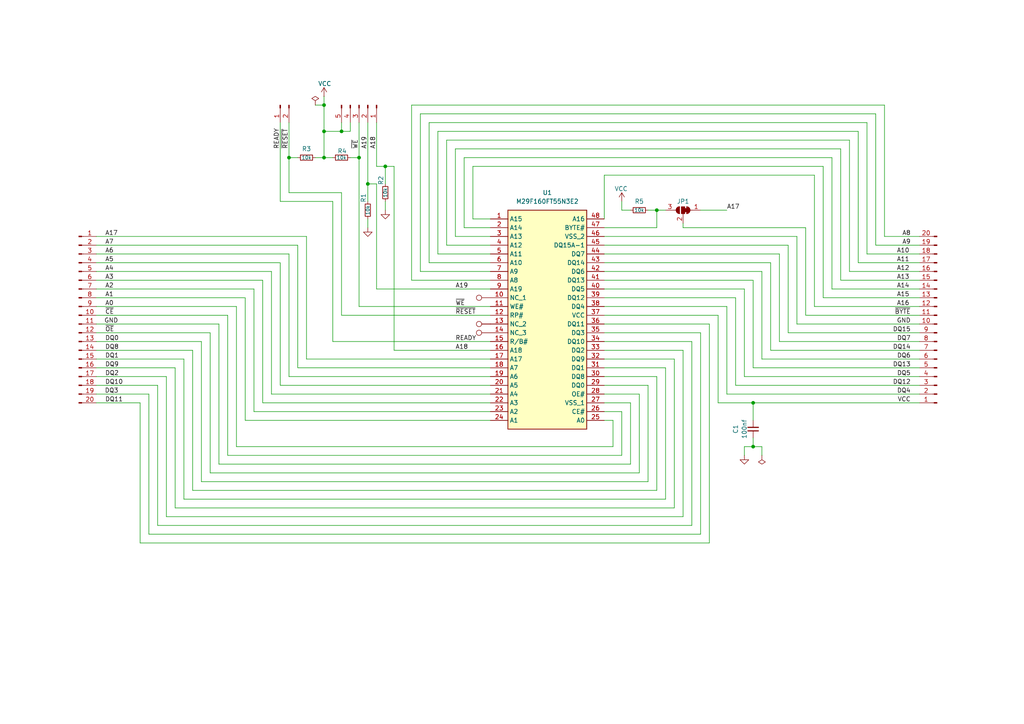
<source format=kicad_sch>
(kicad_sch (version 20250114) (generator "eeschema") (generator_version "9.0")
  (paper "A4")
  (title_block (title "16Bit 48Pin SMD Flash to 40Pin Wide DIP Adaptor") (date "2026-01-28") (rev "A"))
  (lib_symbols
    (symbol "Connector:Conn_01x02_Pin" (pin_names (offset 1.016) (hide yes))
      (property "Reference" "J" (at 0 2.54 0))
      (property "Value" "Conn_01x02_Pin" (at 0 -5.08 0))
      (symbol "Conn_01x02_Pin_1_1"
        (rectangle (start 0.8636 0.127) (end 0 -0.127) (stroke (width 0.1524)) (fill (type outline)))
        (rectangle (start 0.8636 -2.413) (end 0 -2.667) (stroke (width 0.1524)) (fill (type outline)))
        (polyline (pts (xy 1.27 0) (xy 0.8636 0)) (stroke (width 0.1524)))
        (polyline (pts (xy 1.27 -2.54) (xy 0.8636 -2.54)) (stroke (width 0.1524)))
        (pin passive line (at 5.08 0 180) (length 3.81) (name "Pin_1") (number "1"))
        (pin passive line (at 5.08 -2.54 180) (length 3.81) (name "Pin_2") (number "2"))
      )
    )
    (symbol "Connector:Conn_01x05_Pin" (pin_names (offset 1.016) (hide yes))
      (property "Reference" "J" (at 0 7.62 0))
      (property "Value" "Conn_01x05_Pin" (at 0 -7.62 0))
      (symbol "Conn_01x05_Pin_1_1"
        (rectangle (start 0.8636 5.207) (end 0 4.953) (stroke (width 0.1524)) (fill (type outline)))
        (rectangle (start 0.8636 2.667) (end 0 2.413) (stroke (width 0.1524)) (fill (type outline)))
        (rectangle (start 0.8636 0.127) (end 0 -0.127) (stroke (width 0.1524)) (fill (type outline)))
        (rectangle (start 0.8636 -2.413) (end 0 -2.667) (stroke (width 0.1524)) (fill (type outline)))
        (rectangle (start 0.8636 -4.953) (end 0 -5.207) (stroke (width 0.1524)) (fill (type outline)))
        (polyline (pts (xy 1.27 5.08) (xy 0.8636 5.08)) (stroke (width 0.1524)))
        (polyline (pts (xy 1.27 2.54) (xy 0.8636 2.54)) (stroke (width 0.1524)))
        (polyline (pts (xy 1.27 0) (xy 0.8636 0)) (stroke (width 0.1524)))
        (polyline (pts (xy 1.27 -2.54) (xy 0.8636 -2.54)) (stroke (width 0.1524)))
        (polyline (pts (xy 1.27 -5.08) (xy 0.8636 -5.08)) (stroke (width 0.1524)))
        (pin passive line (at 5.08 5.08 180) (length 3.81) (name "Pin_1") (number "1"))
        (pin passive line (at 5.08 2.54 180) (length 3.81) (name "Pin_2") (number "2"))
        (pin passive line (at 5.08 0 180) (length 3.81) (name "Pin_3") (number "3"))
        (pin passive line (at 5.08 -2.54 180) (length 3.81) (name "Pin_4") (number "4"))
        (pin passive line (at 5.08 -5.08 180) (length 3.81) (name "Pin_5") (number "5"))
      )
    )
    (symbol "Connector:Conn_01x20_Pin" (pin_names (offset 1.016) (hide yes))
      (property "Reference" "J" (at 0 25.4 0))
      (property "Value" "Conn_01x20_Pin" (at 0 -27.94 0))
      (symbol "Conn_01x20_Pin_1_1"
        (rectangle (start 0.8636 22.987) (end 0 22.733) (stroke (width 0.1524)) (fill (type outline)))
        (rectangle (start 0.8636 20.447) (end 0 20.193) (stroke (width 0.1524)) (fill (type outline)))
        (rectangle (start 0.8636 17.907) (end 0 17.653) (stroke (width 0.1524)) (fill (type outline)))
        (rectangle (start 0.8636 15.367) (end 0 15.113) (stroke (width 0.1524)) (fill (type outline)))
        (rectangle (start 0.8636 12.827) (end 0 12.573) (stroke (width 0.1524)) (fill (type outline)))
        (rectangle (start 0.8636 10.287) (end 0 10.033) (stroke (width 0.1524)) (fill (type outline)))
        (rectangle (start 0.8636 7.747) (end 0 7.493) (stroke (width 0.1524)) (fill (type outline)))
        (rectangle (start 0.8636 5.207) (end 0 4.953) (stroke (width 0.1524)) (fill (type outline)))
        (rectangle (start 0.8636 2.667) (end 0 2.413) (stroke (width 0.1524)) (fill (type outline)))
        (rectangle (start 0.8636 0.127) (end 0 -0.127) (stroke (width 0.1524)) (fill (type outline)))
        (rectangle (start 0.8636 -2.413) (end 0 -2.667) (stroke (width 0.1524)) (fill (type outline)))
        (rectangle (start 0.8636 -4.953) (end 0 -5.207) (stroke (width 0.1524)) (fill (type outline)))
        (rectangle (start 0.8636 -7.493) (end 0 -7.747) (stroke (width 0.1524)) (fill (type outline)))
        (rectangle (start 0.8636 -10.033) (end 0 -10.287) (stroke (width 0.1524)) (fill (type outline)))
        (rectangle (start 0.8636 -12.573) (end 0 -12.827) (stroke (width 0.1524)) (fill (type outline)))
        (rectangle (start 0.8636 -15.113) (end 0 -15.367) (stroke (width 0.1524)) (fill (type outline)))
        (rectangle (start 0.8636 -17.653) (end 0 -17.907) (stroke (width 0.1524)) (fill (type outline)))
        (rectangle (start 0.8636 -20.193) (end 0 -20.447) (stroke (width 0.1524)) (fill (type outline)))
        (rectangle (start 0.8636 -22.733) (end 0 -22.987) (stroke (width 0.1524)) (fill (type outline)))
        (rectangle (start 0.8636 -25.273) (end 0 -25.527) (stroke (width 0.1524)) (fill (type outline)))
        (polyline (pts (xy 1.27 22.86) (xy 0.8636 22.86)) (stroke (width 0.1524)))
        (polyline (pts (xy 1.27 20.32) (xy 0.8636 20.32)) (stroke (width 0.1524)))
        (polyline (pts (xy 1.27 17.78) (xy 0.8636 17.78)) (stroke (width 0.1524)))
        (polyline (pts (xy 1.27 15.24) (xy 0.8636 15.24)) (stroke (width 0.1524)))
        (polyline (pts (xy 1.27 12.7) (xy 0.8636 12.7)) (stroke (width 0.1524)))
        (polyline (pts (xy 1.27 10.16) (xy 0.8636 10.16)) (stroke (width 0.1524)))
        (polyline (pts (xy 1.27 7.62) (xy 0.8636 7.62)) (stroke (width 0.1524)))
        (polyline (pts (xy 1.27 5.08) (xy 0.8636 5.08)) (stroke (width 0.1524)))
        (polyline (pts (xy 1.27 2.54) (xy 0.8636 2.54)) (stroke (width 0.1524)))
        (polyline (pts (xy 1.27 0) (xy 0.8636 0)) (stroke (width 0.1524)))
        (polyline (pts (xy 1.27 -2.54) (xy 0.8636 -2.54)) (stroke (width 0.1524)))
        (polyline (pts (xy 1.27 -5.08) (xy 0.8636 -5.08)) (stroke (width 0.1524)))
        (polyline (pts (xy 1.27 -7.62) (xy 0.8636 -7.62)) (stroke (width 0.1524)))
        (polyline (pts (xy 1.27 -10.16) (xy 0.8636 -10.16)) (stroke (width 0.1524)))
        (polyline (pts (xy 1.27 -12.7) (xy 0.8636 -12.7)) (stroke (width 0.1524)))
        (polyline (pts (xy 1.27 -15.24) (xy 0.8636 -15.24)) (stroke (width 0.1524)))
        (polyline (pts (xy 1.27 -17.78) (xy 0.8636 -17.78)) (stroke (width 0.1524)))
        (polyline (pts (xy 1.27 -20.32) (xy 0.8636 -20.32)) (stroke (width 0.1524)))
        (polyline (pts (xy 1.27 -22.86) (xy 0.8636 -22.86)) (stroke (width 0.1524)))
        (polyline (pts (xy 1.27 -25.4) (xy 0.8636 -25.4)) (stroke (width 0.1524)))
        (pin passive line (at 5.08 22.86 180) (length 3.81) (name "Pin_1") (number "1"))
        (pin passive line (at 5.08 20.32 180) (length 3.81) (name "Pin_2") (number "2"))
        (pin passive line (at 5.08 17.78 180) (length 3.81) (name "Pin_3") (number "3"))
        (pin passive line (at 5.08 15.24 180) (length 3.81) (name "Pin_4") (number "4"))
        (pin passive line (at 5.08 12.7 180) (length 3.81) (name "Pin_5") (number "5"))
        (pin passive line (at 5.08 10.16 180) (length 3.81) (name "Pin_6") (number "6"))
        (pin passive line (at 5.08 7.62 180) (length 3.81) (name "Pin_7") (number "7"))
        (pin passive line (at 5.08 5.08 180) (length 3.81) (name "Pin_8") (number "8"))
        (pin passive line (at 5.08 2.54 180) (length 3.81) (name "Pin_9") (number "9"))
        (pin passive line (at 5.08 0 180) (length 3.81) (name "Pin_10") (number "10"))
        (pin passive line (at 5.08 -2.54 180) (length 3.81) (name "Pin_11") (number "11"))
        (pin passive line (at 5.08 -5.08 180) (length 3.81) (name "Pin_12") (number "12"))
        (pin passive line (at 5.08 -7.62 180) (length 3.81) (name "Pin_13") (number "13"))
        (pin passive line (at 5.08 -10.16 180) (length 3.81) (name "Pin_14") (number "14"))
        (pin passive line (at 5.08 -12.7 180) (length 3.81) (name "Pin_15") (number "15"))
        (pin passive line (at 5.08 -15.24 180) (length 3.81) (name "Pin_16") (number "16"))
        (pin passive line (at 5.08 -17.78 180) (length 3.81) (name "Pin_17") (number "17"))
        (pin passive line (at 5.08 -20.32 180) (length 3.81) (name "Pin_18") (number "18"))
        (pin passive line (at 5.08 -22.86 180) (length 3.81) (name "Pin_19") (number "19"))
        (pin passive line (at 5.08 -25.4 180) (length 3.81) (name "Pin_20") (number "20"))
      )
    )
    (symbol "Connector:TestPoint" (pin_numbers (hide yes)) (pin_names (offset 0.762) (hide yes))
      (property "Reference" "TP" (at 0 6.858 0))
      (property "Value" "TestPoint" (at 0 5.08 0))
      (symbol "TestPoint_0_1"
        (circle (center 0 3.302) (radius 0.762))
      )
      (symbol "TestPoint_1_1"
        (pin passive line (at 0 0 90) (length 2.54) (name "1") (number "1"))
      )
    )
    (symbol "Device:C_Small" (pin_numbers (hide yes)) (pin_names (offset 0.254) (hide yes))
      (property "Reference" "C" (at 0.254 1.778 0))
      (property "Value" "C_Small" (at 0.254 -2.032 0))
      (symbol "C_Small_0_1"
        (polyline (pts (xy -1.524 0.508) (xy 1.524 0.508)) (stroke (width 0.3048)))
        (polyline (pts (xy -1.524 -0.508) (xy 1.524 -0.508)) (stroke (width 0.3302)))
      )
      (symbol "C_Small_1_1"
        (pin passive line (at 0 2.54 270) (length 2.032) (name "~") (number "1"))
        (pin passive line (at 0 -2.54 90) (length 2.032) (name "~") (number "2"))
      )
    )
    (symbol "Device:R_Small" (pin_numbers (hide yes)) (pin_names (offset 0.254) (hide yes))
      (property "Reference" "R" (at 0 0 90))
      (property "Value" "R_Small" (at 1.778 0 90))
      (symbol "R_Small_0_1"
        (rectangle (start -0.762 1.778) (end 0.762 -1.778) (stroke (width 0.2032)))
      )
      (symbol "R_Small_1_1"
        (pin passive line (at 0 2.54 270) (length 0.762) (name "~") (number "1"))
        (pin passive line (at 0 -2.54 90) (length 0.762) (name "~") (number "2"))
      )
    )
    (symbol "Jumper:SolderJumper_3_Bridged12" (pin_names (offset 0) (hide yes)) (in_bom no)
      (property "Reference" "JP" (at -2.54 -2.54 0))
      (property "Value" "SolderJumper_3_Bridged12" (at 0 2.794 0))
      (symbol "SolderJumper_3_Bridged12_0_1"
        (polyline (pts (xy -2.54 0) (xy -2.032 0)))
        (polyline (pts (xy -1.016 1.016) (xy -1.016 -1.016)))
        (rectangle (start -1.016 0.508) (end -0.508 -0.508) (fill (type outline)))
        (arc (start -1.016 -1.016) (mid -2.0276 0) (end -1.016 1.016))
        (arc (start -1.016 -1.016) (mid -2.0276 0) (end -1.016 1.016) (fill (type outline)))
        (rectangle (start -0.508 1.016) (end 0.508 -1.016) (fill (type outline)))
        (polyline (pts (xy 0 -1.27) (xy 0 -1.016)))
        (arc (start 1.016 1.016) (mid 2.0276 0) (end 1.016 -1.016))
        (arc (start 1.016 1.016) (mid 2.0276 0) (end 1.016 -1.016) (fill (type outline)))
        (polyline (pts (xy 1.016 1.016) (xy 1.016 -1.016)))
        (polyline (pts (xy 2.54 0) (xy 2.032 0)))
      )
      (symbol "SolderJumper_3_Bridged12_1_1"
        (pin passive line (at -5.08 0 0) (length 2.54) (name "A") (number "1"))
        (pin passive line (at 0 -3.81 90) (length 2.54) (name "C") (number "2"))
        (pin passive line (at 5.08 0 180) (length 2.54) (name "B") (number "3"))
      )
    )
    (symbol "SamacSys_Parts:M29F160FT55N3E2"
      (property "Reference" "IC" (at 29.21 7.62 0))
      (property "Value" "M29F160FT55N3E2" (at 29.21 5.08 0))
      (symbol "M29F160FT55N3E2_1_1"
        (rectangle (start 5.08 2.54) (end 27.94 -60.96) (stroke (width 0.254)) (fill (type background)))
        (pin passive line (at 0 0 0) (length 5.08) (name "A15") (number "1"))
        (pin passive line (at 0 -2.54 0) (length 5.08) (name "A14") (number "2"))
        (pin passive line (at 0 -5.08 0) (length 5.08) (name "A13") (number "3"))
        (pin passive line (at 0 -7.62 0) (length 5.08) (name "A12") (number "4"))
        (pin passive line (at 0 -10.16 0) (length 5.08) (name "A11") (number "5"))
        (pin passive line (at 0 -12.7 0) (length 5.08) (name "A10") (number "6"))
        (pin passive line (at 0 -15.24 0) (length 5.08) (name "A9") (number "7"))
        (pin passive line (at 0 -17.78 0) (length 5.08) (name "A8") (number "8"))
        (pin passive line (at 0 -20.32 0) (length 5.08) (name "A19") (number "9"))
        (pin passive line (at 0 -22.86 0) (length 5.08) (name "NC_1") (number "10"))
        (pin passive line (at 0 -25.4 0) (length 5.08) (name "WE#") (number "11"))
        (pin passive line (at 0 -27.94 0) (length 5.08) (name "RP#") (number "12"))
        (pin passive line (at 0 -30.48 0) (length 5.08) (name "NC_2") (number "13"))
        (pin passive line (at 0 -33.02 0) (length 5.08) (name "NC_3") (number "14"))
        (pin passive line (at 0 -35.56 0) (length 5.08) (name "R/B#") (number "15"))
        (pin passive line (at 0 -38.1 0) (length 5.08) (name "A18") (number "16"))
        (pin passive line (at 0 -40.64 0) (length 5.08) (name "A17") (number "17"))
        (pin passive line (at 0 -43.18 0) (length 5.08) (name "A7") (number "18"))
        (pin passive line (at 0 -45.72 0) (length 5.08) (name "A6") (number "19"))
        (pin passive line (at 0 -48.26 0) (length 5.08) (name "A5") (number "20"))
        (pin passive line (at 0 -50.8 0) (length 5.08) (name "A4") (number "21"))
        (pin passive line (at 0 -53.34 0) (length 5.08) (name "A3") (number "22"))
        (pin passive line (at 0 -55.88 0) (length 5.08) (name "A2") (number "23"))
        (pin passive line (at 0 -58.42 0) (length 5.08) (name "A1") (number "24"))
        (pin passive line (at 33.02 0 180) (length 5.08) (name "A16") (number "48"))
        (pin passive line (at 33.02 -2.54 180) (length 5.08) (name "BYTE#") (number "47"))
        (pin passive line (at 33.02 -5.08 180) (length 5.08) (name "VSS_2") (number "46"))
        (pin passive line (at 33.02 -7.62 180) (length 5.08) (name "DQ15A-1") (number "45"))
        (pin passive line (at 33.02 -10.16 180) (length 5.08) (name "DQ7") (number "44"))
        (pin passive line (at 33.02 -12.7 180) (length 5.08) (name "DQ14") (number "43"))
        (pin passive line (at 33.02 -15.24 180) (length 5.08) (name "DQ6") (number "42"))
        (pin passive line (at 33.02 -17.78 180) (length 5.08) (name "DQ13") (number "41"))
        (pin passive line (at 33.02 -20.32 180) (length 5.08) (name "DQ5") (number "40"))
        (pin passive line (at 33.02 -22.86 180) (length 5.08) (name "DQ12") (number "39"))
        (pin passive line (at 33.02 -25.4 180) (length 5.08) (name "DQ4") (number "38"))
        (pin passive line (at 33.02 -27.94 180) (length 5.08) (name "VCC") (number "37"))
        (pin passive line (at 33.02 -30.48 180) (length 5.08) (name "DQ11") (number "36"))
        (pin passive line (at 33.02 -33.02 180) (length 5.08) (name "DQ3") (number "35"))
        (pin passive line (at 33.02 -35.56 180) (length 5.08) (name "DQ10") (number "34"))
        (pin passive line (at 33.02 -38.1 180) (length 5.08) (name "DQ2") (number "33"))
        (pin passive line (at 33.02 -40.64 180) (length 5.08) (name "DQ9") (number "32"))
        (pin passive line (at 33.02 -43.18 180) (length 5.08) (name "DQ1") (number "31"))
        (pin passive line (at 33.02 -45.72 180) (length 5.08) (name "DQ8") (number "30"))
        (pin passive line (at 33.02 -48.26 180) (length 5.08) (name "DQ0") (number "29"))
        (pin passive line (at 33.02 -50.8 180) (length 5.08) (name "OE#") (number "28"))
        (pin passive line (at 33.02 -53.34 180) (length 5.08) (name "VSS_1") (number "27"))
        (pin passive line (at 33.02 -55.88 180) (length 5.08) (name "CE#") (number "26"))
        (pin passive line (at 33.02 -58.42 180) (length 5.08) (name "A0") (number "25"))
      )
    )
    (symbol "power:GND" (power) (pin_numbers (hide yes)) (pin_names (offset 0) (hide yes))
      (property "Value" "GND" (at 0 -3.81 0))
      (symbol "GND_0_1"
        (polyline (pts (xy 0 0) (xy 0 -1.27) (xy 1.27 -1.27) (xy 0 -2.54) (xy -1.27 -1.27) (xy 0 -1.27)))
      )
      (symbol "GND_1_1"
        (pin power_in line (at 0 0 270) (length 0) (name "~") (number "1"))
      )
    )
    (symbol "power:PWR_FLAG" (power) (pin_numbers (hide yes)) (pin_names (offset 0) (hide yes))
      (property "Value" "PWR_FLAG" (at 0 3.81 0))
      (symbol "PWR_FLAG_0_0"
        (pin power_out line (at 0 0 90) (length 0) (name "~") (number "1"))
      )
      (symbol "PWR_FLAG_0_1"
        (polyline (pts (xy 0 0) (xy 0 1.27) (xy -1.016 1.905) (xy 0 2.54) (xy 1.016 1.905) (xy 0 1.27)))
      )
    )
    (symbol "power:VCC" (power) (pin_numbers (hide yes)) (pin_names (offset 0) (hide yes))
      (property "Value" "VCC" (at 0 3.556 0))
      (symbol "VCC_0_1"
        (polyline (pts (xy -0.762 1.27) (xy 0 2.54)))
        (polyline (pts (xy 0 2.54) (xy 0.762 1.27)))
        (polyline (pts (xy 0 0) (xy 0 2.54)))
      )
      (symbol "VCC_1_1"
        (pin power_in line (at 0 0 90) (length 0) (name "~") (number "1"))
      )
    )
  )
  (junction (at 218.44 129.54))
  (junction (at 99.06 38.1))
  (junction (at 106.68 53.34))
  (junction (at 93.98 45.72))
  (junction (at 93.98 30.48))
  (junction (at 104.14 45.72))
  (junction (at 190.5 60.96))
  (junction (at 93.98 38.1))
  (junction (at 111.76 48.26))
  (junction (at 83.82 45.72))
  (junction (at 218.44 116.84))
  (wire (pts (xy 142.24 76.2) (xy 124.46 76.2)))
  (wire (pts (xy 142.24 73.66) (xy 127 73.66)))
  (wire (pts (xy 43.18 154.94) (xy 43.18 114.3)))
  (wire (pts (xy 106.68 66.04) (xy 106.68 63.5)))
  (wire (pts (xy 114.3 101.6) (xy 142.24 101.6)))
  (wire (pts (xy 220.98 104.14) (xy 266.7 104.14)))
  (wire (pts (xy 27.94 96.52) (xy 60.96 96.52)))
  (wire (pts (xy 91.44 30.48) (xy 93.98 30.48)))
  (wire (pts (xy 93.98 45.72) (xy 96.52 45.72)))
  (wire (pts (xy 27.94 104.14) (xy 53.34 104.14)))
  (wire (pts (xy 137.16 63.5) (xy 137.16 48.26)))
  (wire (pts (xy 248.92 76.2) (xy 266.7 76.2)))
  (wire (pts (xy 86.36 71.12) (xy 86.36 106.68)))
  (wire (pts (xy 86.36 45.72) (xy 83.82 45.72)))
  (wire (pts (xy 83.82 73.66) (xy 83.82 109.22)))
  (wire (pts (xy 101.6 35.56) (xy 101.6 38.1)))
  (wire (pts (xy 60.96 137.16) (xy 185.42 137.16)))
  (wire (pts (xy 208.28 91.44) (xy 208.28 116.84)))
  (wire (pts (xy 104.14 88.9) (xy 142.24 88.9)))
  (wire (pts (xy 220.98 78.74) (xy 220.98 104.14)))
  (wire (pts (xy 175.26 93.98) (xy 205.74 93.98)))
  (wire (pts (xy 127 38.1) (xy 248.92 38.1)))
  (wire (pts (xy 66.04 132.08) (xy 180.34 132.08)))
  (wire (pts (xy 27.94 93.98) (xy 63.5 93.98)))
  (wire (pts (xy 205.74 157.48) (xy 40.64 157.48)))
  (wire (pts (xy 195.58 147.32) (xy 195.58 104.14)))
  (wire (pts (xy 218.44 116.84) (xy 266.7 116.84)))
  (wire (pts (xy 243.84 81.28) (xy 266.7 81.28)))
  (wire (pts (xy 124.46 35.56) (xy 124.46 76.2)))
  (wire (pts (xy 45.72 152.4) (xy 200.66 152.4)))
  (wire (pts (xy 106.68 35.56) (xy 106.68 53.34)))
  (wire (pts (xy 109.22 35.56) (xy 109.22 48.26)))
  (wire (pts (xy 215.9 83.82) (xy 215.9 109.22)))
  (wire (pts (xy 213.36 86.36) (xy 213.36 111.76)))
  (wire (pts (xy 175.26 78.74) (xy 220.98 78.74)))
  (wire (pts (xy 175.26 86.36) (xy 213.36 86.36)))
  (wire (pts (xy 177.8 121.92) (xy 177.8 129.54)))
  (wire (pts (xy 228.6 96.52) (xy 266.7 96.52)))
  (wire (pts (xy 129.54 71.12) (xy 142.24 71.12)))
  (wire (pts (xy 210.82 88.9) (xy 210.82 114.3)))
  (wire (pts (xy 96.52 99.06) (xy 96.52 58.42)))
  (wire (pts (xy 48.26 149.86) (xy 198.12 149.86)))
  (wire (pts (xy 114.3 48.26) (xy 114.3 101.6)))
  (wire (pts (xy 175.26 76.2) (xy 223.52 76.2)))
  (wire (pts (xy 132.08 68.58) (xy 132.08 43.18)))
  (wire (pts (xy 55.88 101.6) (xy 55.88 142.24)))
  (wire (pts (xy 53.34 144.78) (xy 193.04 144.78)))
  (wire (pts (xy 200.66 99.06) (xy 200.66 152.4)))
  (wire (pts (xy 177.8 129.54) (xy 68.58 129.54)))
  (wire (pts (xy 246.38 40.64) (xy 129.54 40.64)))
  (wire (pts (xy 45.72 111.76) (xy 45.72 152.4)))
  (wire (pts (xy 76.2 81.28) (xy 76.2 116.84)))
  (wire (pts (xy 27.94 76.2) (xy 81.28 76.2)))
  (wire (pts (xy 175.26 73.66) (xy 226.06 73.66)))
  (wire (pts (xy 134.62 45.72) (xy 241.3 45.72)))
  (wire (pts (xy 88.9 68.58) (xy 88.9 104.14)))
  (wire (pts (xy 111.76 48.26) (xy 111.76 53.34)))
  (wire (pts (xy 198.12 101.6) (xy 175.26 101.6)))
  (wire (pts (xy 226.06 73.66) (xy 226.06 99.06)))
  (wire (pts (xy 66.04 91.44) (xy 66.04 132.08)))
  (wire (pts (xy 185.42 114.3) (xy 175.26 114.3)))
  (wire (pts (xy 218.44 116.84) (xy 218.44 121.92)))
  (wire (pts (xy 50.8 106.68) (xy 50.8 147.32)))
  (wire (pts (xy 256.54 30.48) (xy 256.54 68.58)))
  (wire (pts (xy 175.26 81.28) (xy 218.44 81.28)))
  (wire (pts (xy 182.88 116.84) (xy 175.26 116.84)))
  (wire (pts (xy 99.06 55.88) (xy 83.82 55.88)))
  (wire (pts (xy 132.08 43.18) (xy 243.84 43.18)))
  (wire (pts (xy 134.62 66.04) (xy 134.62 45.72)))
  (wire (pts (xy 236.22 88.9) (xy 266.7 88.9)))
  (wire (pts (xy 210.82 114.3) (xy 266.7 114.3)))
  (wire (pts (xy 231.14 93.98) (xy 266.7 93.98)))
  (wire (pts (xy 254 71.12) (xy 254 33.02)))
  (wire (pts (xy 27.94 106.68) (xy 50.8 106.68)))
  (wire (pts (xy 241.3 45.72) (xy 241.3 83.82)))
  (wire (pts (xy 180.34 60.96) (xy 182.88 60.96)))
  (wire (pts (xy 73.66 83.82) (xy 73.66 119.38)))
  (wire (pts (xy 205.74 93.98) (xy 205.74 157.48)))
  (wire (pts (xy 93.98 45.72) (xy 91.44 45.72)))
  (wire (pts (xy 48.26 109.22) (xy 48.26 149.86)))
  (wire (pts (xy 78.74 114.3) (xy 78.74 78.74)))
  (wire (pts (xy 190.5 109.22) (xy 175.26 109.22)))
  (wire (pts (xy 73.66 119.38) (xy 142.24 119.38)))
  (wire (pts (xy 218.44 106.68) (xy 266.7 106.68)))
  (wire (pts (xy 215.9 129.54) (xy 218.44 129.54)))
  (wire (pts (xy 175.26 121.92) (xy 177.8 121.92)))
  (wire (pts (xy 96.52 58.42) (xy 81.28 58.42)))
  (wire (pts (xy 175.26 88.9) (xy 210.82 88.9)))
  (wire (pts (xy 256.54 68.58) (xy 266.7 68.58)))
  (wire (pts (xy 198.12 66.04) (xy 233.68 66.04)))
  (wire (pts (xy 175.26 50.8) (xy 236.22 50.8)))
  (wire (pts (xy 218.44 81.28) (xy 218.44 106.68)))
  (wire (pts (xy 104.14 35.56) (xy 104.14 45.72)))
  (wire (pts (xy 200.66 99.06) (xy 175.26 99.06)))
  (wire (pts (xy 27.94 83.82) (xy 73.66 83.82)))
  (wire (pts (xy 241.3 83.82) (xy 266.7 83.82)))
  (wire (pts (xy 121.92 33.02) (xy 121.92 78.74)))
  (wire (pts (xy 203.2 96.52) (xy 203.2 154.94)))
  (wire (pts (xy 246.38 78.74) (xy 266.7 78.74)))
  (wire (pts (xy 254 33.02) (xy 121.92 33.02)))
  (wire (pts (xy 185.42 137.16) (xy 185.42 114.3)))
  (wire (pts (xy 193.04 144.78) (xy 193.04 106.68)))
  (wire (pts (xy 121.92 78.74) (xy 142.24 78.74)))
  (wire (pts (xy 40.64 157.48) (xy 40.64 116.84)))
  (wire (pts (xy 215.9 132.08) (xy 215.9 129.54)))
  (wire (pts (xy 198.12 64.77) (xy 198.12 66.04)))
  (wire (pts (xy 109.22 48.26) (xy 111.76 48.26)))
  (wire (pts (xy 175.26 83.82) (xy 215.9 83.82)))
  (wire (pts (xy 142.24 114.3) (xy 78.74 114.3)))
  (wire (pts (xy 81.28 35.56) (xy 81.28 58.42)))
  (wire (pts (xy 213.36 111.76) (xy 266.7 111.76)))
  (wire (pts (xy 111.76 48.26) (xy 114.3 48.26)))
  (wire (pts (xy 223.52 76.2) (xy 223.52 101.6)))
  (wire (pts (xy 27.94 109.22) (xy 48.26 109.22)))
  (wire (pts (xy 99.06 38.1) (xy 101.6 38.1)))
  (wire (pts (xy 220.98 132.08) (xy 220.98 129.54)))
  (wire (pts (xy 218.44 129.54) (xy 220.98 129.54)))
  (wire (pts (xy 93.98 27.94) (xy 93.98 30.48)))
  (wire (pts (xy 233.68 66.04) (xy 233.68 91.44)))
  (wire (pts (xy 83.82 55.88) (xy 83.82 45.72)))
  (wire (pts (xy 246.38 78.74) (xy 246.38 40.64)))
  (wire (pts (xy 27.94 81.28) (xy 76.2 81.28)))
  (wire (pts (xy 27.94 101.6) (xy 55.88 101.6)))
  (wire (pts (xy 127 73.66) (xy 127 38.1)))
  (wire (pts (xy 63.5 134.62) (xy 182.88 134.62)))
  (wire (pts (xy 198.12 149.86) (xy 198.12 101.6)))
  (wire (pts (xy 53.34 104.14) (xy 53.34 144.78)))
  (wire (pts (xy 180.34 132.08) (xy 180.34 119.38)))
  (wire (pts (xy 142.24 111.76) (xy 81.28 111.76)))
  (wire (pts (xy 93.98 38.1) (xy 93.98 45.72)))
  (wire (pts (xy 254 71.12) (xy 266.7 71.12)))
  (wire (pts (xy 109.22 83.82) (xy 142.24 83.82)))
  (wire (pts (xy 190.5 60.96) (xy 190.5 66.04)))
  (wire (pts (xy 193.04 106.68) (xy 175.26 106.68)))
  (wire (pts (xy 175.26 96.52) (xy 203.2 96.52)))
  (wire (pts (xy 182.88 134.62) (xy 182.88 116.84)))
  (wire (pts (xy 27.94 99.06) (xy 58.42 99.06)))
  (wire (pts (xy 238.76 86.36) (xy 266.7 86.36)))
  (wire (pts (xy 218.44 127) (xy 218.44 129.54)))
  (wire (pts (xy 27.94 114.3) (xy 43.18 114.3)))
  (wire (pts (xy 104.14 45.72) (xy 101.6 45.72)))
  (wire (pts (xy 96.52 99.06) (xy 142.24 99.06)))
  (wire (pts (xy 119.38 81.28) (xy 119.38 30.48)))
  (wire (pts (xy 142.24 66.04) (xy 134.62 66.04)))
  (wire (pts (xy 71.12 86.36) (xy 71.12 121.92)))
  (wire (pts (xy 76.2 116.84) (xy 142.24 116.84)))
  (wire (pts (xy 233.68 91.44) (xy 266.7 91.44)))
  (wire (pts (xy 109.22 53.34) (xy 109.22 83.82)))
  (wire (pts (xy 50.8 147.32) (xy 195.58 147.32)))
  (wire (pts (xy 142.24 68.58) (xy 132.08 68.58)))
  (wire (pts (xy 190.5 142.24) (xy 190.5 109.22)))
  (wire (pts (xy 228.6 71.12) (xy 228.6 96.52)))
  (wire (pts (xy 27.94 73.66) (xy 83.82 73.66)))
  (wire (pts (xy 223.52 101.6) (xy 266.7 101.6)))
  (wire (pts (xy 99.06 35.56) (xy 99.06 38.1)))
  (wire (pts (xy 124.46 35.56) (xy 251.46 35.56)))
  (wire (pts (xy 88.9 104.14) (xy 142.24 104.14)))
  (wire (pts (xy 86.36 106.68) (xy 142.24 106.68)))
  (wire (pts (xy 195.58 104.14) (xy 175.26 104.14)))
  (wire (pts (xy 243.84 43.18) (xy 243.84 81.28)))
  (wire (pts (xy 27.94 111.76) (xy 45.72 111.76)))
  (wire (pts (xy 208.28 116.84) (xy 218.44 116.84)))
  (wire (pts (xy 175.26 68.58) (xy 231.14 68.58)))
  (wire (pts (xy 238.76 48.26) (xy 238.76 86.36)))
  (wire (pts (xy 83.82 109.22) (xy 142.24 109.22)))
  (wire (pts (xy 27.94 116.84) (xy 40.64 116.84)))
  (wire (pts (xy 55.88 142.24) (xy 190.5 142.24)))
  (wire (pts (xy 93.98 30.48) (xy 93.98 38.1)))
  (wire (pts (xy 251.46 35.56) (xy 251.46 73.66)))
  (wire (pts (xy 111.76 60.96) (xy 111.76 58.42)))
  (wire (pts (xy 180.34 58.42) (xy 180.34 60.96)))
  (wire (pts (xy 99.06 91.44) (xy 99.06 55.88)))
  (wire (pts (xy 27.94 68.58) (xy 88.9 68.58)))
  (wire (pts (xy 81.28 111.76) (xy 81.28 76.2)))
  (wire (pts (xy 27.94 86.36) (xy 71.12 86.36)))
  (wire (pts (xy 190.5 60.96) (xy 193.04 60.96)))
  (wire (pts (xy 175.26 71.12) (xy 228.6 71.12)))
  (wire (pts (xy 129.54 40.64) (xy 129.54 71.12)))
  (wire (pts (xy 187.96 139.7) (xy 187.96 111.76)))
  (wire (pts (xy 58.42 139.7) (xy 187.96 139.7)))
  (wire (pts (xy 27.94 91.44) (xy 66.04 91.44)))
  (wire (pts (xy 203.2 60.96) (xy 210.82 60.96)))
  (wire (pts (xy 251.46 73.66) (xy 266.7 73.66)))
  (wire (pts (xy 248.92 38.1) (xy 248.92 76.2)))
  (wire (pts (xy 137.16 48.26) (xy 238.76 48.26)))
  (wire (pts (xy 215.9 109.22) (xy 266.7 109.22)))
  (wire (pts (xy 236.22 88.9) (xy 236.22 50.8)))
  (wire (pts (xy 180.34 119.38) (xy 175.26 119.38)))
  (wire (pts (xy 175.26 66.04) (xy 190.5 66.04)))
  (wire (pts (xy 83.82 35.56) (xy 83.82 45.72)))
  (wire (pts (xy 142.24 63.5) (xy 137.16 63.5)))
  (wire (pts (xy 68.58 129.54) (xy 68.58 88.9)))
  (wire (pts (xy 226.06 99.06) (xy 266.7 99.06)))
  (wire (pts (xy 71.12 121.92) (xy 142.24 121.92)))
  (wire (pts (xy 106.68 53.34) (xy 106.68 58.42)))
  (wire (pts (xy 142.24 91.44) (xy 99.06 91.44)))
  (wire (pts (xy 142.24 81.28) (xy 119.38 81.28)))
  (wire (pts (xy 27.94 78.74) (xy 78.74 78.74)))
  (wire (pts (xy 175.26 50.8) (xy 175.26 63.5)))
  (wire (pts (xy 231.14 68.58) (xy 231.14 93.98)))
  (wire (pts (xy 60.96 96.52) (xy 60.96 137.16)))
  (wire (pts (xy 27.94 71.12) (xy 86.36 71.12)))
  (wire (pts (xy 27.94 88.9) (xy 68.58 88.9)))
  (wire (pts (xy 119.38 30.48) (xy 256.54 30.48)))
  (wire (pts (xy 93.98 38.1) (xy 99.06 38.1)))
  (wire (pts (xy 187.96 111.76) (xy 175.26 111.76)))
  (wire (pts (xy 175.26 91.44) (xy 208.28 91.44)))
  (wire (pts (xy 63.5 93.98) (xy 63.5 134.62)))
  (wire (pts (xy 58.42 99.06) (xy 58.42 139.7)))
  (wire (pts (xy 106.68 53.34) (xy 109.22 53.34)))
  (wire (pts (xy 203.2 154.94) (xy 43.18 154.94)))
  (wire (pts (xy 104.14 45.72) (xy 104.14 88.9)))
  (wire (pts (xy 187.96 60.96) (xy 190.5 60.96)))
  (label "DQ8" (at 30.48 101.6 0))
  (label "DQ9" (at 30.48 106.68 0))
  (label "A11" (at 263.7934 76.2 180))
  (label "DQ2" (at 30.48 109.22 0))
  (label "~{WE}" (at 132.08 88.9 0))
  (label "A17" (at 30.48 68.58 0))
  (label "DQ1" (at 30.48 104.14 0))
  (label "~{WE}" (at 104.14 43.18 90))
  (label "A19" (at 132.08 83.82 0))
  (label "GND" (at 264.16 93.98 180))
  (label "~{CE}" (at 30.48 91.44 0))
  (label "A10" (at 263.7934 73.66 180))
  (label "DQ6" (at 264.16 104.14 180))
  (label "A9" (at 264.16 71.12 180))
  (label "A17" (at 210.82 60.96 0))
  (label "A6" (at 30.48 73.66 0))
  (label "GND" (at 30.2173 93.98 0))
  (label "DQ11" (at 30.48 116.84 0))
  (label "VCC" (at 264.16 116.84 180))
  (label "READY" (at 132.08 99.06 0))
  (label "DQ4" (at 264.16 114.3 180))
  (label "DQ5" (at 264.16 109.22 180))
  (label "A15" (at 263.7934 86.36 180))
  (label "READY" (at 81.28 43.18 90))
  (label "DQ14" (at 264.16 101.6 180))
  (label "A16" (at 263.7934 88.9 180))
  (label "A14" (at 263.7934 83.82 180))
  (label "A5" (at 30.48 76.2 0))
  (label "DQ0" (at 30.48 99.06 0))
  (label "A13" (at 263.7934 81.28 180))
  (label "A1" (at 30.48 86.36 0))
  (label "DQ3" (at 30.3702 114.3 0))
  (label "DQ15" (at 264.16 96.52 180))
  (label "A18" (at 132.08 101.6 0))
  (label "~{BYTE}" (at 264.16 91.44 180))
  (label "~{RESET}" (at 132.08 91.44 0))
  (label "A4" (at 30.48 78.74 0))
  (label "DQ12" (at 264.16 111.76 180))
  (label "A12" (at 263.7934 78.74 180))
  (label "A2" (at 30.48 83.82 0))
  (label "A8" (at 264.16 68.58 180))
  (label "~{OE}" (at 30.48 96.52 0))
  (label "DQ7" (at 264.16 99.06 180))
  (label "DQ13" (at 264.16 106.68 180))
  (label "A19" (at 106.68 43.18 90))
  (label "~{RESET}" (at 83.82 43.18 90))
  (label "DQ10" (at 30.48 111.76 0))
  (label "A0" (at 30.48 88.9 0))
  (label "A3" (at 30.48 81.28 0))
  (label "A7" (at 30.48 71.12 0))
  (label "A18" (at 109.22 43.18 90))
  (symbol (lib_id "Device:R_Small") (at 185.42 60.96 90) (unit 1)
    (property "Reference" "R5" (at 185.42 58.42 90))
    (property "Value" "10k" (at 185.42 60.96 90) (effects (font (size 1 1))))
    (property "Footprint" "Resistor_SMD:R_0603_1608Metric" (effects (hide yes)))
    (property "Description" "Resistor, small symbol" (effects (hide yes)))
  )
  (symbol (lib_id "power:GND") (at 215.9 132.08 0) (unit 1)
    (property "Reference" "#PWR03" (effects (hide yes)))
    (property "Value" "GND" (effects (hide yes)))
    (property "Description" "Power symbol creates a global label with name \"GND\" , ground" (effects (hide yes)))
  )
  (symbol (lib_id "power:VCC") (at 180.34 58.42 0) (unit 1)
    (property "Reference" "#PWR05" (effects (hide yes)))
    (property "Value" "VCC" (at 180.1433 54.7635 0))
    (property "Description" "Power symbol creates a global label with name \"VCC\"" (effects (hide yes)))
  )
  (symbol (lib_id "power:PWR_FLAG") (at 91.44 30.48 0) (unit 1)
    (property "Reference" "#FLG03" (effects (hide yes)))
    (property "Value" "PWR_FLAG" (effects (hide yes)))
    (property "Description" "Special symbol for telling ERC where power comes from" (effects (hide yes)))
  )
  (symbol (lib_id "Connector:Conn_01x20_Pin") (at 271.78 93.98 180) (unit 1)
    (property "Reference" "J2" (effects (hide yes)))
    (property "Value" "Right Pins" (effects (hide yes)))
    (property "Footprint" "Connector_PinHeader_2.54mm:PinHeader_1x20_P2.54mm_Vertical" (effects (hide yes)))
    (property "Description" "Generic connector, single row, 01x20, script generated" (effects (hide yes)))
  )
  (symbol (lib_id "power:PWR_FLAG") (at 220.98 132.08 180) (unit 1)
    (property "Reference" "#FLG02" (effects (hide yes)))
    (property "Value" "PWR_FLAG" (effects (hide yes)))
    (property "Description" "Special symbol for telling ERC where power comes from" (effects (hide yes)))
  )
  (symbol (lib_id "Connector:TestPoint") (at 142.24 86.36 90) (unit 1)
    (property "Reference" "TP1" (effects (hide yes)))
    (property "Value" "TestPoint" (effects (hide yes)))
    (property "Footprint" "TestPoint:TestPoint_Pad_D1.0mm" (effects (hide yes)))
    (property "Description" "test point" (effects (hide yes)))
  )
  (symbol (lib_id "Device:R_Small") (at 111.76 55.88 0) (mirror x) (unit 1)
    (property "Reference" "R2" (at 110.49 52.324 90))
    (property "Value" "10k" (at 111.76 55.88 90) (effects (font (size 1 1))))
    (property "Footprint" "Resistor_SMD:R_0603_1608Metric" (effects (hide yes)))
    (property "Description" "Resistor, small symbol" (effects (hide yes)))
  )
  (symbol (lib_id "Device:C_Small") (at 218.44 124.46 180) (unit 1)
    (property "Reference" "C1" (at 213.36 124.46 90))
    (property "Value" "100nf" (at 215.9 124.4537 90))
    (property "Footprint" "Capacitor_SMD:C_0603_1608Metric" (effects (hide yes)))
  )
  (symbol (lib_id "Jumper:SolderJumper_3_Bridged12") (at 198.12 60.96 0) (mirror y) (unit 1) (in_bom no)
    (property "Reference" "JP1" (at 198.12 58.42 0))
    (property "Value" "SolderJumper_3_Bridged12" (effects (hide yes)))
    (property "Footprint" "Jumper:SolderJumper-3_P1.3mm_Bridged2Bar12_RoundedPad1.0x1.5mm" (effects (hide yes)))
    (property "Description" "3-pole Solder Jumper, pins 1+2 closed/bridged" (effects (hide yes)))
  )
  (symbol (lib_id "Connector:TestPoint") (at 142.24 96.52 90) (unit 1)
    (property "Reference" "TP3" (effects (hide yes)))
    (property "Value" "TestPoint" (effects (hide yes)))
    (property "Footprint" "TestPoint:TestPoint_Pad_D1.0mm" (effects (hide yes)))
    (property "Description" "test point" (effects (hide yes)))
  )
  (symbol (lib_id "SamacSys_Parts:M29F160FT55N3E2") (at 142.24 63.5 0) (unit 1)
    (property "Reference" "U1" (at 158.75 55.88 0))
    (property "Value" "M29F160FT55N3E2" (at 158.75 58.42 0))
    (property "Footprint" "SamacSys_Parts:SOP50P2000X120-48N" (effects (hide yes)))
    (property "Datasheet" "https://www.micron.com/-/media/client/global/documents/products/data-sheet/nor-flash/m29fxxft-fb.pdf" (effects (hide yes)))
    (property "Description" "NOR Flash" (effects (hide yes)))
    (property "Height" "1.2" (effects (hide yes)))
    (property "Mouser Part Number" "913-M29F160FT55N3E2" (effects (hide yes)))
    (property "Mouser Price/Stock" "https://www.mouser.co.uk/ProductDetail/Alliance-Memory/M29F160FT55N3E2?qs=vmHwEFxEFR%252BPKObcaS0Aqw%3D%3D" (effects (hide yes)))
    (property "Manufacturer_Name" "Alliance Memory" (effects (hide yes)))
    (property "Manufacturer_Part_Number" "M29F160FT55N3E2" (effects (hide yes)))
  )
  (symbol (lib_id "Connector:TestPoint") (at 142.24 93.98 90) (unit 1)
    (property "Reference" "TP2" (effects (hide yes)))
    (property "Value" "TestPoint" (effects (hide yes)))
    (property "Footprint" "TestPoint:TestPoint_Pad_D1.0mm" (effects (hide yes)))
    (property "Description" "test point" (effects (hide yes)))
  )
  (symbol (lib_id "Connector:Conn_01x20_Pin") (at 22.86 91.44 0) (unit 1)
    (property "Reference" "J5" (effects (hide yes)))
    (property "Value" "Left Pins" (effects (hide yes)))
    (property "Footprint" "Connector_PinHeader_2.54mm:PinHeader_1x20_P2.54mm_Vertical" (effects (hide yes)))
    (property "Description" "Generic connector, single row, 01x20, script generated" (effects (hide yes)))
  )
  (symbol (lib_id "Device:R_Small") (at 106.68 60.96 0) (mirror x) (unit 1)
    (property "Reference" "R1" (at 105.41 57.404 90))
    (property "Value" "10k" (at 106.68 60.96 90) (effects (font (size 1 1))))
    (property "Footprint" "Resistor_SMD:R_0603_1608Metric" (effects (hide yes)))
    (property "Description" "Resistor, small symbol" (effects (hide yes)))
  )
  (symbol (lib_id "Device:R_Small") (at 99.06 45.72 270) (mirror x) (unit 1)
    (property "Reference" "R4" (at 99.2379 43.832 90))
    (property "Value" "10k" (at 99.06 45.72 90) (effects (font (size 1 1))))
    (property "Footprint" "Resistor_SMD:R_0603_1608Metric" (effects (hide yes)))
    (property "Description" "Resistor, small symbol" (effects (hide yes)))
  )
  (symbol (lib_id "power:VCC") (at 93.98 27.94 0) (mirror y) (unit 1)
    (property "Reference" "#PWR04" (effects (hide yes)))
    (property "Value" "VCC" (at 94.1767 24.2835 0))
    (property "Description" "Power symbol creates a global label with name \"VCC\"" (effects (hide yes)))
  )
  (symbol (lib_id "power:GND") (at 106.68 66.04 0) (mirror y) (unit 1)
    (property "Reference" "#PWR01" (effects (hide yes)))
    (property "Value" "GND" (effects (hide yes)))
    (property "Description" "Power symbol creates a global label with name \"GND\" , ground" (effects (hide yes)))
  )
  (symbol (lib_id "Connector:Conn_01x05_Pin") (at 104.14 30.48 270) (unit 1)
    (property "Reference" "J1" (effects (hide yes)))
    (property "Value" "Address" (effects (hide yes)))
    (property "Footprint" "Dave Footprints:PinHeader_Amiga_ROM" (effects (hide yes)))
    (property "Description" "Generic connector, single row, 01x05, script generated" (effects (hide yes)))
  )
  (symbol (lib_id "Connector:Conn_01x02_Pin") (at 81.28 30.48 90) (mirror x) (unit 1)
    (property "Reference" "J3" (effects (hide yes)))
    (property "Value" "Reset" (effects (hide yes)))
    (property "Footprint" "Connector_PinHeader_2.54mm:PinHeader_1x02_P2.54mm_Vertical" (effects (hide yes)))
    (property "Description" "Generic connector, single row, 01x02, script generated" (effects (hide yes)))
  )
  (symbol (lib_id "power:GND") (at 111.76 60.96 0) (mirror y) (unit 1)
    (property "Reference" "#PWR02" (effects (hide yes)))
    (property "Value" "GND" (effects (hide yes)))
    (property "Description" "Power symbol creates a global label with name \"GND\" , ground" (effects (hide yes)))
  )
  (symbol (lib_id "Device:R_Small") (at 88.9 45.72 270) (mirror x) (unit 1)
    (property "Reference" "R3" (at 88.9 43.18 90))
    (property "Value" "10k" (at 88.9 45.72 90) (effects (font (size 1 1))))
    (property "Footprint" "Resistor_SMD:R_0603_1608Metric" (effects (hide yes)))
    (property "Description" "Resistor, small symbol" (effects (hide yes)))
  )
)
</source>
